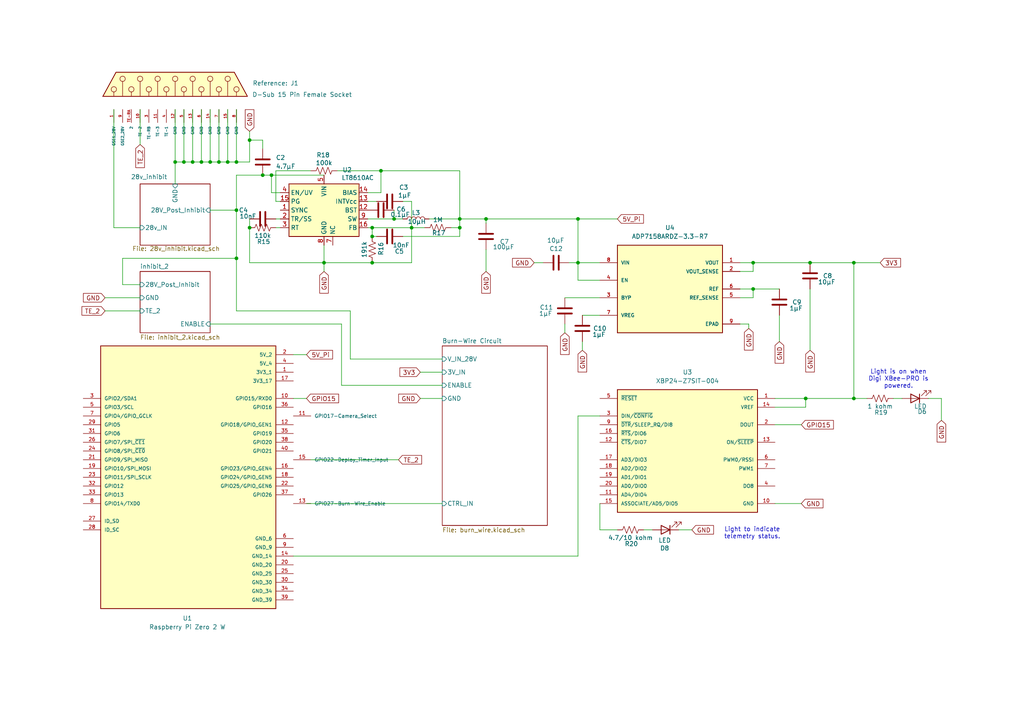
<source format=kicad_sch>
(kicad_sch (version 20250114) (generator "eeschema") (generator_version "9.0")
  (paper "A4")
  (lib_symbols
    (symbol "ADP7158ARDZ-3.3-R7:ADP7158ARDZ-3.3-R7" (pin_names (offset 1.016))
      (property "Reference" "U" (at -15.24 13.335 0))
      (property "Value" "ADP7158ARDZ-3.3-R7" (at -15.24 -15.24 0))
      (symbol "ADP7158ARDZ-3.3-R7_0_0"
        (rectangle (start -15.24 -12.7) (end 15.24 12.7) (stroke (width 0.254)) (fill (type background)))
        (pin input line (at -20.32 7.62 0) (length 5.08) (name "VIN") (number "8"))
        (pin input line (at -20.32 2.54 0) (length 5.08) (name "EN") (number "4"))
        (pin passive line (at -20.32 -2.54 0) (length 5.08) (name "BYP") (number "3"))
        (pin passive line (at -20.32 -7.62 0) (length 5.08) (name "VREG") (number "7"))
        (pin output line (at 20.32 7.62 180) (length 5.08) (name "VOUT") (number "1"))
        (pin output line (at 20.32 5.08 180) (length 5.08) (name "VOUT_SENSE") (number "2"))
        (pin output line (at 20.32 0 180) (length 5.08) (name "REF") (number "6"))
        (pin input line (at 20.32 -2.54 180) (length 5.08) (name "REF_SENSE") (number "5"))
        (pin power_in line (at 20.32 -10.16 180) (length 5.08) (name "EPAD") (number "9"))
      )
    )
    (symbol "Connector:DA15_Socket" (pin_names (offset 1.016))
      (property "Reference" "J1" (at 5.842 -3.556 90) (show_name))
      (property "Value" "D-Sub 15 Pin Female Socket" (at -18.288 23.876 0))
      (symbol "DA15_Socket_0_1"
        (polyline (pts (xy -3.81 20.955) (xy 3.175 17.145) (xy 3.175 -17.145) (xy -3.81 -20.955) (xy -3.81 20.955)) (stroke (width 0.254)) (fill (type background)))
        (polyline (pts (xy -3.81 17.78) (xy -2.54 17.78)))
        (polyline (pts (xy -3.81 15.24) (xy 0.508 15.24)))
        (polyline (pts (xy -3.81 12.7) (xy -2.54 12.7)))
        (polyline (pts (xy -3.81 10.16) (xy 0.508 10.16)))
        (polyline (pts (xy -3.81 7.62) (xy -2.54 7.62)))
        (polyline (pts (xy -3.81 5.08) (xy 0.508 5.08)))
        (polyline (pts (xy -3.81 2.54) (xy -2.54 2.54)))
        (polyline (pts (xy -3.81 0) (xy 0.508 0)))
        (polyline (pts (xy -3.81 -2.54) (xy -2.54 -2.54)))
        (polyline (pts (xy -3.81 -5.08) (xy 0.508 -5.08)))
        (polyline (pts (xy -3.81 -7.62) (xy -2.54 -7.62)))
        (polyline (pts (xy -3.81 -10.16) (xy 0.508 -10.16)))
        (polyline (pts (xy -3.81 -12.7) (xy -2.54 -12.7)))
        (polyline (pts (xy -3.81 -15.24) (xy 0.508 -15.24)))
        (polyline (pts (xy -3.81 -17.78) (xy -2.54 -17.78)))
        (circle (center -1.778 17.78) (radius 0.762))
        (circle (center -1.778 12.7) (radius 0.762))
        (circle (center -1.778 7.62) (radius 0.762))
        (circle (center -1.778 2.54) (radius 0.762))
        (circle (center -1.778 -2.54) (radius 0.762))
        (circle (center -1.778 -7.62) (radius 0.762))
        (circle (center -1.778 -12.7) (radius 0.762))
        (circle (center -1.778 -17.78) (radius 0.762))
        (circle (center 1.27 15.24) (radius 0.762))
        (circle (center 1.27 10.16) (radius 0.762))
        (circle (center 1.27 5.08) (radius 0.762))
        (circle (center 1.27 0) (radius 0.762))
        (circle (center 1.27 -5.08) (radius 0.762))
        (circle (center 1.27 -10.16) (radius 0.762))
        (circle (center 1.27 -15.24) (radius 0.762))
      )
      (symbol "DA15_Socket_1_1"
        (pin passive line (at -7.62 17.78 180) (length 3.81) (name "GSE1_28V") (number "1"))
        (pin passive line (at -7.62 15.24 180) (length 3.81) (name "GSE2_28V") (number "9"))
        (pin passive line (at -7.62 12.7 180) (length 3.81) (name "2") (number "TE-RA"))
        (pin passive line (at -7.62 10.16 180) (length 3.81) (name "TE-2") (number "10"))
        (pin passive line (at -7.62 7.62 180) (length 3.81) (name "TE-RB") (number "3"))
        (pin passive line (at -7.62 5.08 180) (length 3.81) (name "TE-3") (number "11"))
        (pin passive line (at -7.62 2.54 180) (length 3.81) (name "TE-1") (number "4"))
        (pin passive line (at -7.62 0 180) (length 3.81) (name "GND") (number "12"))
        (pin passive line (at -7.62 -2.54 180) (length 3.81) (name "GND") (number "5"))
        (pin passive line (at -7.62 -5.08 180) (length 3.81) (name "GND") (number "13"))
        (pin passive line (at -7.62 -7.62 180) (length 3.81) (name "GND") (number "6"))
        (pin passive line (at -7.62 -10.16 180) (length 3.81) (name "GND") (number "14"))
        (pin passive line (at -7.62 -12.7 180) (length 3.81) (name "GND") (number "7"))
        (pin passive line (at -7.62 -15.24 180) (length 3.81) (name "GND") (number "15"))
        (pin passive line (at -7.62 -17.78 180) (length 3.81) (name "GND") (number "8"))
      )
    )
    (symbol "Device:C" (pin_numbers (hide yes)) (pin_names (offset 0.254))
      (property "Reference" "C" (at 0.635 2.54 0))
      (property "Value" "C" (at 0.635 -2.54 0))
      (symbol "C_0_1"
        (polyline (pts (xy -2.032 0.762) (xy 2.032 0.762)) (stroke (width 0.508)))
        (polyline (pts (xy -2.032 -0.762) (xy 2.032 -0.762)) (stroke (width 0.508)))
      )
      (symbol "C_1_1"
        (pin passive line (at 0 3.81 270) (length 2.794) (name "~") (number "1"))
        (pin passive line (at 0 -3.81 90) (length 2.794) (name "~") (number "2"))
      )
    )
    (symbol "Device:L" (pin_numbers (hide yes)) (pin_names (offset 1.016) (hide yes))
      (property "Reference" "L" (at -1.27 0 90))
      (property "Value" "L" (at 1.905 0 90))
      (symbol "L_0_1"
        (arc (start 0 2.54) (mid 0.6323 1.905) (end 0 1.27))
        (arc (start 0 1.27) (mid 0.6323 0.635) (end 0 0))
        (arc (start 0 0) (mid 0.6323 -0.635) (end 0 -1.27))
        (arc (start 0 -1.27) (mid 0.6323 -1.905) (end 0 -2.54))
      )
      (symbol "L_1_1"
        (pin passive line (at 0 3.81 270) (length 1.27) (name "1") (number "1"))
        (pin passive line (at 0 -3.81 90) (length 1.27) (name "2") (number "2"))
      )
    )
    (symbol "Device:LED" (pin_numbers (hide yes)) (pin_names (offset 1.016) (hide yes))
      (property "Reference" "D" (at 0 2.54 0))
      (property "Value" "LED" (at 0 -2.54 0))
      (symbol "LED_0_1"
        (polyline (pts (xy -3.048 -0.762) (xy -4.572 -2.286) (xy -3.81 -2.286) (xy -4.572 -2.286) (xy -4.572 -1.524)))
        (polyline (pts (xy -1.778 -0.762) (xy -3.302 -2.286) (xy -2.54 -2.286) (xy -3.302 -2.286) (xy -3.302 -1.524)))
        (polyline (pts (xy -1.27 0) (xy 1.27 0)))
        (polyline (pts (xy -1.27 -1.27) (xy -1.27 1.27)) (stroke (width 0.254)))
        (polyline (pts (xy 1.27 -1.27) (xy 1.27 1.27) (xy -1.27 0) (xy 1.27 -1.27)) (stroke (width 0.254)))
      )
      (symbol "LED_1_1"
        (pin passive line (at -3.81 0 0) (length 2.54) (name "K") (number "1"))
        (pin passive line (at 3.81 0 180) (length 2.54) (name "A") (number "2"))
      )
    )
    (symbol "Device:R_US" (pin_numbers (hide yes)) (pin_names (offset 0))
      (property "Reference" "R" (at 2.54 0 90))
      (property "Value" "R_US" (at -2.54 0 90))
      (symbol "R_US_0_1"
        (polyline (pts (xy 0 2.286) (xy 0 2.54)))
        (polyline (pts (xy 0 2.286) (xy 1.016 1.905) (xy 0 1.524) (xy -1.016 1.143) (xy 0 0.762)))
        (polyline (pts (xy 0 0.762) (xy 1.016 0.381) (xy 0 0) (xy -1.016 -0.381) (xy 0 -0.762)))
        (polyline (pts (xy 0 -0.762) (xy 1.016 -1.143) (xy 0 -1.524) (xy -1.016 -1.905) (xy 0 -2.286)))
        (polyline (pts (xy 0 -2.286) (xy 0 -2.54)))
      )
      (symbol "R_US_1_1"
        (pin passive line (at 0 3.81 270) (length 1.27) (name "~") (number "1"))
        (pin passive line (at 0 -3.81 90) (length 1.27) (name "~") (number "2"))
      )
    )
    (symbol "Regulator_Switching:LT8610AC"
      (property "Reference" "U" (at -8.89 8.89 0))
      (property "Value" "LT8610AC" (at 0.762 8.636 0))
      (symbol "LT8610AC_0_1"
        (rectangle (start -10.16 7.62) (end 10.16 -7.62) (stroke (width 0.254)) (fill (type background)))
      )
      (symbol "LT8610AC_1_1"
        (pin input line (at -12.7 5.08 0) (length 2.54) (name "EN/UV") (number "4"))
        (pin open_collector line (at -12.7 2.54 0) (length 2.54) (name "PG") (number "15"))
        (pin input line (at -12.7 0 0) (length 2.54) (name "SYNC") (number "1"))
        (pin input line (at -12.7 -2.54 0) (length 2.54) (name "TR/SS") (number "2"))
        (pin passive line (at -12.7 -5.08 0) (length 2.54) (name "RT") (number "3"))
        (pin power_in line (at 0 10.16 270) (length 2.54) (name "VIN") (number "5"))
        (pin passive line (at 0 10.16 270) (length 2.54) (hide yes) (name "VIN") (number "6"))
        (pin passive line (at 0 -10.16 90) (length 2.54) (hide yes) (name "GND") (number "17"))
        (pin power_in line (at 0 -10.16 90) (length 2.54) (name "GND") (number "8"))
        (pin passive line (at 2.54 -10.16 90) (length 2.54) (name "NC") (number "7"))
        (pin input line (at 12.7 5.08 180) (length 2.54) (name "BIAS") (number "14"))
        (pin passive line (at 12.7 2.54 180) (length 2.54) (name "INTVcc") (number "13"))
        (pin input line (at 12.7 0 180) (length 2.54) (name "BST") (number "12"))
        (pin passive line (at 12.7 -2.54 180) (length 2.54) (hide yes) (name "SW") (number "10"))
        (pin passive line (at 12.7 -2.54 180) (length 2.54) (hide yes) (name "SW") (number "11"))
        (pin output line (at 12.7 -2.54 180) (length 2.54) (name "SW") (number "9"))
        (pin input line (at 12.7 -5.08 180) (length 2.54) (name "FB") (number "16"))
      )
    )
    (symbol "SC1176:SC1176" (pin_names (offset 1.016))
      (property "Reference" "U1" (at 0 43.18 0))
      (property "Value" "Raspberry Pi Zero 2 W" (at 0 40.64 0))
      (symbol "SC1176_0_0"
        (rectangle (start -25.4 -38.1) (end 25.4 38.1) (stroke (width 0.254)) (fill (type background)))
        (pin bidirectional line (at -30.48 22.86 0) (length 5.08) (name "GPIO2/SDA1") (number "3"))
        (pin bidirectional line (at -30.48 20.32 0) (length 5.08) (name "GPIO3/SCL") (number "5"))
        (pin bidirectional line (at -30.48 17.78 0) (length 5.08) (name "GPIO4/GPIO_GCLK") (number "7"))
        (pin bidirectional line (at -30.48 15.24 0) (length 5.08) (name "GPIO5") (number "29"))
        (pin bidirectional line (at -30.48 12.7 0) (length 5.08) (name "GPIO6") (number "31"))
        (pin bidirectional line (at -30.48 10.16 0) (length 5.08) (name "GPIO7/SPI_~{CE1}") (number "26"))
        (pin bidirectional line (at -30.48 7.62 0) (length 5.08) (name "GPIO8/SPI_~{CE0}") (number "24"))
        (pin bidirectional line (at -30.48 5.08 0) (length 5.08) (name "GPIO9/SPI_MISO") (number "21"))
        (pin bidirectional line (at -30.48 2.54 0) (length 5.08) (name "GPIO10/SPI_MOSI") (number "19"))
        (pin bidirectional line (at -30.48 0 0) (length 5.08) (name "GPIO11/SPI_SCLK") (number "23"))
        (pin bidirectional line (at -30.48 -2.54 0) (length 5.08) (name "GPIO12") (number "32"))
        (pin bidirectional line (at -30.48 -5.08 0) (length 5.08) (name "GPIO13") (number "33"))
        (pin bidirectional line (at -30.48 -7.62 0) (length 5.08) (name "GPIO14/TXD0") (number "8"))
        (pin bidirectional line (at -30.48 -12.7 0) (length 5.08) (name "ID_SD") (number "27"))
        (pin bidirectional line (at -30.48 -15.24 0) (length 5.08) (name "ID_SC") (number "28"))
        (pin power_in line (at 30.48 35.56 180) (length 5.08) (name "5V_2") (number "2"))
        (pin power_in line (at 30.48 33.02 180) (length 5.08) (name "5V_4") (number "4"))
        (pin power_in line (at 30.48 30.48 180) (length 5.08) (name "3V3_1") (number "1"))
        (pin power_in line (at 30.48 27.94 180) (length 5.08) (name "3V3_17") (number "17"))
        (pin bidirectional line (at 30.48 22.86 180) (length 5.08) (name "GPIO15/RXD0") (number "10"))
        (pin bidirectional line (at 30.48 20.32 180) (length 5.08) (name "GPIO16") (number "36"))
        (pin bidirectional line (at 30.48 15.24 180) (length 5.08) (name "GPIO18/GPIO_GEN1") (number "12"))
        (pin bidirectional line (at 30.48 12.7 180) (length 5.08) (name "GPIO19") (number "35"))
        (pin bidirectional line (at 30.48 10.16 180) (length 5.08) (name "GPIO20") (number "38"))
        (pin bidirectional line (at 30.48 7.62 180) (length 5.08) (name "GPIO21") (number "40"))
        (pin bidirectional line (at 30.48 2.54 180) (length 5.08) (name "GPIO23/GPIO_GEN4") (number "16"))
        (pin bidirectional line (at 30.48 0 180) (length 5.08) (name "GPIO24/GPIO_GEN5") (number "18"))
        (pin bidirectional line (at 30.48 -2.54 180) (length 5.08) (name "GPIO25/GPIO_GEN6") (number "22"))
        (pin bidirectional line (at 30.48 -5.08 180) (length 5.08) (name "GPIO26") (number "37"))
        (pin power_in line (at 30.48 -17.78 180) (length 5.08) (name "GND_6") (number "6"))
        (pin power_in line (at 30.48 -20.32 180) (length 5.08) (name "GND_9") (number "9"))
        (pin power_in line (at 30.48 -22.86 180) (length 5.08) (name "GND_14") (number "14"))
        (pin power_in line (at 30.48 -25.4 180) (length 5.08) (name "GND_20") (number "20"))
        (pin power_in line (at 30.48 -27.94 180) (length 5.08) (name "GND_25") (number "25"))
        (pin power_in line (at 30.48 -30.48 180) (length 5.08) (name "GND_30") (number "30"))
        (pin power_in line (at 30.48 -33.02 180) (length 5.08) (name "GND_34") (number "34"))
        (pin power_in line (at 30.48 -35.56 180) (length 5.08) (name "GND_39") (number "39"))
      )
      (symbol "SC1176_1_0"
        (pin bidirectional line (at 30.48 17.78 0) (length 5.08) (name "GPIO17-Camera_Select") (number "11"))
        (pin bidirectional line (at 30.48 5.08 0) (length 5.08) (name "GPIO22-Deploy_Timer_Input") (number "15"))
        (pin bidirectional line (at 30.48 -7.62 0) (length 5.08) (name "GPIO27-Burn-Wire_Enable") (number "13"))
      )
    )
    (symbol "XBP24-Z7SIT-004:XBP24-Z7SIT-004" (pin_names (offset 1.016))
      (property "Reference" "U" (at -20.3473 18.3125 0))
      (property "Value" "XBP24-Z7SIT-004" (at -20.3925 -20.3925 0))
      (symbol "XBP24-Z7SIT-004_0_0"
        (rectangle (start -20.32 -17.78) (end 20.32 17.78) (stroke (width 0.254)) (fill (type background)))
        (pin input line (at -25.4 15.24 0) (length 5.08) (name "~{RESET}") (number "5"))
        (pin input line (at -25.4 10.16 0) (length 5.08) (name "DIN/~{CONFIG}") (number "3"))
        (pin bidirectional line (at -25.4 7.62 0) (length 5.08) (name "~{DTR}/SLEEP_RQ/DI8") (number "9"))
        (pin bidirectional line (at -25.4 5.08 0) (length 5.08) (name "~{RTS}/DIO6") (number "16"))
        (pin bidirectional line (at -25.4 2.54 0) (length 5.08) (name "~{CTS}/DIO7") (number "12"))
        (pin bidirectional line (at -25.4 -2.54 0) (length 5.08) (name "AD3/DIO3") (number "17"))
        (pin bidirectional line (at -25.4 -5.08 0) (length 5.08) (name "AD2/DIO2") (number "18"))
        (pin bidirectional line (at -25.4 -7.62 0) (length 5.08) (name "AD1/DIO1") (number "19"))
        (pin bidirectional line (at -25.4 -10.16 0) (length 5.08) (name "AD0/DIO0") (number "20"))
        (pin bidirectional line (at -25.4 -12.7 0) (length 5.08) (name "AD4/DIO4") (number "11"))
        (pin bidirectional line (at -25.4 -15.24 0) (length 5.08) (name "ASSOCIATE/AD5/DIO5") (number "15"))
        (pin power_in line (at 25.4 15.24 180) (length 5.08) (name "VCC") (number "1"))
        (pin power_in line (at 25.4 12.7 180) (length 5.08) (name "VREF") (number "14"))
        (pin output line (at 25.4 7.62 180) (length 5.08) (name "DOUT") (number "2"))
        (pin output line (at 25.4 2.54 180) (length 5.08) (name "ON/~{SLEEP}") (number "13"))
        (pin output line (at 25.4 -2.54 180) (length 5.08) (name "PWM0/RSSI") (number "6"))
        (pin output line (at 25.4 -5.08 180) (length 5.08) (name "PWM1") (number "7"))
        (pin output line (at 25.4 -10.16 180) (length 5.08) (name "DO8") (number "4"))
        (pin power_in line (at 25.4 -15.24 180) (length 5.08) (name "GND") (number "10"))
      )
    )
  )
  (text "Light is on when\nDigi XBee-PRO is\npowered." (at 260.604 109.982 0) (effects (font (size 1.27 1.27))))
  (text "Light to indicate\ntelemetry status." (at 218.186 154.686 0) (effects (font (size 1.27 1.27))))
  (junction (at 119.38 66.04))
  (junction (at 107.95 66.04))
  (junction (at 167.64 76.2))
  (junction (at 68.58 74.93))
  (junction (at 72.39 40.64))
  (junction (at 140.97 63.5))
  (junction (at 167.64 63.5))
  (junction (at 247.65 76.2))
  (junction (at 133.35 66.04))
  (junction (at 50.8 46.99))
  (junction (at 218.44 76.2))
  (junction (at 247.65 115.57))
  (junction (at 93.98 76.2))
  (junction (at 63.5 46.99))
  (junction (at 133.35 63.5))
  (junction (at 114.3 63.5))
  (junction (at 60.96 46.99))
  (junction (at 66.04 46.99))
  (junction (at 233.68 115.57))
  (junction (at 58.42 46.99))
  (junction (at 234.95 76.2))
  (junction (at 53.34 46.99))
  (junction (at 68.58 46.99))
  (junction (at 78.74 50.8))
  (junction (at 218.44 83.82))
  (junction (at 76.2 50.8))
  (junction (at 55.88 46.99))
  (junction (at 72.39 66.04))
  (junction (at 110.49 49.53))
  (junction (at 68.58 60.96))
  (junction (at 107.95 68.58))
  (junction (at 107.95 76.2))
  (wire (pts (xy 173.99 120.65) (xy 167.64 120.65)))
  (wire (pts (xy 99.06 111.76) (xy 99.06 93.98)))
  (wire (pts (xy 68.58 90.17) (xy 101.6 90.17)))
  (wire (pts (xy 116.84 68.58) (xy 133.35 68.58)))
  (wire (pts (xy 76.2 43.18) (xy 76.2 40.64)))
  (wire (pts (xy 50.8 46.99) (xy 53.34 46.99)))
  (wire (pts (xy 140.97 72.39) (xy 140.97 78.74)))
  (wire (pts (xy 101.6 104.14) (xy 128.27 104.14)))
  (wire (pts (xy 66.04 46.99) (xy 68.58 46.99)))
  (wire (pts (xy 85.09 102.87) (xy 88.9 102.87)))
  (wire (pts (xy 234.95 76.2) (xy 247.65 76.2)))
  (wire (pts (xy 196.85 153.67) (xy 200.66 153.67)))
  (wire (pts (xy 269.24 115.57) (xy 273.05 115.57)))
  (wire (pts (xy 93.98 71.12) (xy 93.98 76.2)))
  (wire (pts (xy 40.64 82.55) (xy 35.56 82.55)))
  (wire (pts (xy 53.34 31.75) (xy 53.34 46.99)))
  (wire (pts (xy 110.49 49.53) (xy 97.79 49.53)))
  (wire (pts (xy 60.96 60.96) (xy 68.58 60.96)))
  (wire (pts (xy 60.96 31.75) (xy 60.96 46.99)))
  (wire (pts (xy 140.97 63.5) (xy 133.35 63.5)))
  (wire (pts (xy 40.64 31.75) (xy 40.64 41.91)))
  (wire (pts (xy 107.95 66.04) (xy 107.95 68.58)))
  (wire (pts (xy 106.68 55.88) (xy 110.49 55.88)))
  (wire (pts (xy 101.6 104.14) (xy 101.6 90.17)))
  (wire (pts (xy 168.91 91.44) (xy 173.99 91.44)))
  (wire (pts (xy 76.2 50.8) (xy 78.74 50.8)))
  (wire (pts (xy 33.02 31.75) (xy 33.02 66.04)))
  (wire (pts (xy 259.08 115.57) (xy 261.62 115.57)))
  (wire (pts (xy 72.39 38.1) (xy 72.39 40.64)))
  (wire (pts (xy 119.38 58.42) (xy 119.38 66.04)))
  (wire (pts (xy 226.06 91.44) (xy 226.06 99.06)))
  (wire (pts (xy 218.44 78.74) (xy 218.44 76.2)))
  (wire (pts (xy 35.56 74.93) (xy 68.58 74.93)))
  (wire (pts (xy 80.01 63.5) (xy 81.28 63.5)))
  (wire (pts (xy 58.42 46.99) (xy 60.96 46.99)))
  (wire (pts (xy 247.65 115.57) (xy 247.65 76.2)))
  (wire (pts (xy 165.1 76.2) (xy 167.64 76.2)))
  (wire (pts (xy 78.74 55.88) (xy 78.74 50.8)))
  (wire (pts (xy 53.34 46.99) (xy 55.88 46.99)))
  (wire (pts (xy 218.44 76.2) (xy 234.95 76.2)))
  (wire (pts (xy 218.44 86.36) (xy 218.44 83.82)))
  (wire (pts (xy 168.91 99.06) (xy 168.91 101.6)))
  (wire (pts (xy 114.3 60.96) (xy 114.3 63.5)))
  (wire (pts (xy 80.01 49.53) (xy 90.17 49.53)))
  (wire (pts (xy 167.64 120.65) (xy 167.64 161.29)))
  (wire (pts (xy 85.09 161.29) (xy 167.64 161.29)))
  (wire (pts (xy 68.58 50.8) (xy 76.2 50.8)))
  (wire (pts (xy 121.92 115.57) (xy 128.27 115.57)))
  (wire (pts (xy 72.39 66.04) (xy 72.39 76.2)))
  (wire (pts (xy 140.97 64.77) (xy 140.97 63.5)))
  (wire (pts (xy 80.01 49.53) (xy 80.01 58.42)))
  (wire (pts (xy 50.8 31.75) (xy 50.8 46.99)))
  (wire (pts (xy 63.5 31.75) (xy 63.5 46.99)))
  (wire (pts (xy 233.68 115.57) (xy 247.65 115.57)))
  (wire (pts (xy 123.19 66.04) (xy 119.38 66.04)))
  (wire (pts (xy 128.27 111.76) (xy 99.06 111.76)))
  (wire (pts (xy 114.3 63.5) (xy 116.84 63.5)))
  (wire (pts (xy 173.99 81.28) (xy 167.64 81.28)))
  (wire (pts (xy 72.39 63.5) (xy 72.39 66.04)))
  (wire (pts (xy 63.5 46.99) (xy 66.04 46.99)))
  (wire (pts (xy 163.83 86.36) (xy 173.99 86.36)))
  (wire (pts (xy 167.64 81.28) (xy 167.64 76.2)))
  (wire (pts (xy 55.88 46.99) (xy 58.42 46.99)))
  (wire (pts (xy 214.63 86.36) (xy 218.44 86.36)))
  (wire (pts (xy 224.79 146.05) (xy 232.41 146.05)))
  (wire (pts (xy 233.68 118.11) (xy 233.68 115.57)))
  (wire (pts (xy 214.63 76.2) (xy 218.44 76.2)))
  (wire (pts (xy 217.17 93.98) (xy 217.17 95.25)))
  (wire (pts (xy 68.58 90.17) (xy 68.58 74.93)))
  (wire (pts (xy 173.99 76.2) (xy 167.64 76.2)))
  (wire (pts (xy 68.58 50.8) (xy 68.58 60.96)))
  (wire (pts (xy 55.88 31.75) (xy 55.88 46.99)))
  (wire (pts (xy 119.38 76.2) (xy 107.95 76.2)))
  (wire (pts (xy 247.65 76.2) (xy 255.27 76.2)))
  (wire (pts (xy 106.68 66.04) (xy 107.95 66.04)))
  (wire (pts (xy 72.39 76.2) (xy 93.98 76.2)))
  (wire (pts (xy 124.46 63.5) (xy 133.35 63.5)))
  (wire (pts (xy 167.64 63.5) (xy 140.97 63.5)))
  (wire (pts (xy 80.01 58.42) (xy 81.28 58.42)))
  (wire (pts (xy 234.95 83.82) (xy 234.95 101.6)))
  (wire (pts (xy 121.92 107.95) (xy 128.27 107.95)))
  (wire (pts (xy 68.58 60.96) (xy 68.58 74.93)))
  (wire (pts (xy 119.38 58.42) (xy 116.84 58.42)))
  (wire (pts (xy 133.35 66.04) (xy 133.35 63.5)))
  (wire (pts (xy 72.39 46.99) (xy 68.58 46.99)))
  (wire (pts (xy 72.39 40.64) (xy 72.39 46.99)))
  (wire (pts (xy 90.17 133.35) (xy 115.57 133.35)))
  (wire (pts (xy 78.74 50.8) (xy 93.98 50.8)))
  (wire (pts (xy 35.56 82.55) (xy 35.56 74.93)))
  (wire (pts (xy 179.07 63.5) (xy 167.64 63.5)))
  (wire (pts (xy 273.05 115.57) (xy 273.05 121.92)))
  (wire (pts (xy 214.63 78.74) (xy 218.44 78.74)))
  (wire (pts (xy 247.65 115.57) (xy 251.46 115.57)))
  (wire (pts (xy 119.38 66.04) (xy 119.38 76.2)))
  (wire (pts (xy 80.01 66.04) (xy 81.28 66.04)))
  (wire (pts (xy 106.68 58.42) (xy 109.22 58.42)))
  (wire (pts (xy 224.79 123.19) (xy 232.41 123.19)))
  (wire (pts (xy 173.99 146.05) (xy 173.99 153.67)))
  (wire (pts (xy 218.44 83.82) (xy 226.06 83.82)))
  (wire (pts (xy 224.79 118.11) (xy 233.68 118.11)))
  (wire (pts (xy 93.98 76.2) (xy 93.98 78.74)))
  (wire (pts (xy 214.63 93.98) (xy 217.17 93.98)))
  (wire (pts (xy 110.49 55.88) (xy 110.49 49.53)))
  (wire (pts (xy 163.83 93.98) (xy 163.83 96.52)))
  (wire (pts (xy 133.35 68.58) (xy 133.35 66.04)))
  (wire (pts (xy 30.48 90.17) (xy 40.64 90.17)))
  (wire (pts (xy 107.95 76.2) (xy 93.98 76.2)))
  (wire (pts (xy 173.99 153.67) (xy 179.07 153.67)))
  (wire (pts (xy 68.58 31.75) (xy 68.58 46.99)))
  (wire (pts (xy 133.35 63.5) (xy 133.35 49.53)))
  (wire (pts (xy 58.42 31.75) (xy 58.42 46.99)))
  (wire (pts (xy 119.38 66.04) (xy 107.95 66.04)))
  (wire (pts (xy 186.69 153.67) (xy 189.23 153.67)))
  (wire (pts (xy 130.81 66.04) (xy 133.35 66.04)))
  (wire (pts (xy 110.49 49.53) (xy 133.35 49.53)))
  (wire (pts (xy 60.96 93.98) (xy 99.06 93.98)))
  (wire (pts (xy 214.63 83.82) (xy 218.44 83.82)))
  (wire (pts (xy 154.94 76.2) (xy 157.48 76.2)))
  (wire (pts (xy 30.48 86.36) (xy 40.64 86.36)))
  (wire (pts (xy 33.02 66.04) (xy 40.64 66.04)))
  (wire (pts (xy 78.74 55.88) (xy 81.28 55.88)))
  (wire (pts (xy 50.8 46.99) (xy 50.8 53.34)))
  (wire (pts (xy 85.09 115.57) (xy 88.9 115.57)))
  (wire (pts (xy 167.64 63.5) (xy 167.64 76.2)))
  (wire (pts (xy 106.68 63.5) (xy 114.3 63.5)))
  (wire (pts (xy 107.95 68.58) (xy 109.22 68.58)))
  (wire (pts (xy 88.9 146.05) (xy 128.27 146.05)))
  (wire (pts (xy 224.79 115.57) (xy 233.68 115.57)))
  (wire (pts (xy 76.2 40.64) (xy 72.39 40.64)))
  (wire (pts (xy 60.96 46.99) (xy 63.5 46.99)))
  (wire (pts (xy 66.04 31.75) (xy 66.04 46.99)))
  (global_label "GND" (shape input) (at 154.94 76.2 180) (property "Intersheetrefs" "${INTERSHEET_REFS}" (effects (hide yes))))
  (global_label "TE_2" (shape input) (at 30.48 90.17 180) (property "Intersheetrefs" "${INTERSHEET_REFS}" (effects (hide yes))))
  (global_label "GND" (shape input) (at 226.06 99.06 270) (property "Intersheetrefs" "${INTERSHEET_REFS}" (effects (hide yes))))
  (global_label "GPIO15" (shape input) (at 88.9 115.57 0) (property "Intersheetrefs" "${INTERSHEET_REFS}" (effects (hide yes))))
  (global_label "GND" (shape input) (at 72.39 38.1 90) (property "Intersheetrefs" "${INTERSHEET_REFS}" (effects (hide yes))))
  (global_label "GND" (shape input) (at 273.05 121.92 270) (property "Intersheetrefs" "${INTERSHEET_REFS}" (effects (hide yes))))
  (global_label "TE_2" (shape input) (at 40.64 41.91 270) (property "Intersheetrefs" "${INTERSHEET_REFS}" (effects (hide yes))))
  (global_label "GND" (shape input) (at 234.95 101.6 270) (property "Intersheetrefs" "${INTERSHEET_REFS}" (effects (hide yes))))
  (global_label "5V_Pi" (shape input) (at 88.9 102.87 0) (property "Intersheetrefs" "${INTERSHEET_REFS}" (effects (hide yes))))
  (global_label "GND" (shape input) (at 232.41 146.05 0) (property "Intersheetrefs" "${INTERSHEET_REFS}" (effects (hide yes))))
  (global_label "GND" (shape input) (at 163.83 96.52 270) (property "Intersheetrefs" "${INTERSHEET_REFS}" (effects (hide yes))))
  (global_label "3V3" (shape input) (at 255.27 76.2 0) (property "Intersheetrefs" "${INTERSHEET_REFS}" (effects (hide yes))))
  (global_label "GND" (shape input) (at 121.92 115.57 180) (property "Intersheetrefs" "${INTERSHEET_REFS}" (effects (hide yes))))
  (global_label "GND" (shape input) (at 30.48 86.36 180) (property "Intersheetrefs" "${INTERSHEET_REFS}" (effects (hide yes))))
  (global_label "GPIO15" (shape input) (at 232.41 123.19 0) (property "Intersheetrefs" "${INTERSHEET_REFS}" (effects (hide yes))))
  (global_label "GND" (shape input) (at 200.66 153.67 0) (property "Intersheetrefs" "${INTERSHEET_REFS}" (effects (hide yes))))
  (global_label "TE_2" (shape input) (at 115.57 133.35 0) (property "Intersheetrefs" "${INTERSHEET_REFS}" (effects (hide yes))))
  (global_label "3V3" (shape input) (at 121.92 107.95 180) (property "Intersheetrefs" "${INTERSHEET_REFS}" (effects (hide yes))))
  (global_label "5V_Pi" (shape input) (at 179.07 63.5 0) (property "Intersheetrefs" "${INTERSHEET_REFS}" (effects (hide yes))))
  (global_label "GND" (shape input) (at 217.17 95.25 270) (property "Intersheetrefs" "${INTERSHEET_REFS}" (effects (hide yes))))
  (global_label "GND" (shape input) (at 168.91 101.6 270) (property "Intersheetrefs" "${INTERSHEET_REFS}" (effects (hide yes))))
  (global_label "GND" (shape input) (at 140.97 78.74 270) (property "Intersheetrefs" "${INTERSHEET_REFS}" (effects (hide yes))))
  (global_label "GND" (shape input) (at 93.98 78.74 270) (property "Intersheetrefs" "${INTERSHEET_REFS}" (effects (hide yes))))
  (symbol (lib_id "Device:C") (at 161.29 76.2 90) (unit 1)
    (property "Reference" "C12" (at 161.29 72.136 90))
    (property "Value" "10µF" (at 161.163 69.723 90))
    (property "Description" "Unpolarized capacitor" (effects (hide yes)))
  )
  (symbol (lib_id "Device:R_US") (at 76.2 66.04 270) (unit 1)
    (property "Reference" "R15" (at 76.454 70.104 90))
    (property "Value" "110k" (at 76.2 68.326 90))
    (property "Description" "Resistor, US symbol" (effects (hide yes)))
  )
  (symbol (lib_id "Device:L") (at 120.65 63.5 90) (unit 1)
    (property "Reference" "L3" (at 120.65 61.722 90))
    (property "Value" "10µH" (at 120.904 64.262 90))
    (property "Description" "Inductor" (effects (hide yes)))
  )
  (symbol (lib_id "Device:C") (at 168.91 95.25 180) (unit 1)
    (property "Reference" "C10" (at 173.99 95.25 0))
    (property "Value" "1µF" (at 173.736 97.028 0))
    (property "Description" "Unpolarized capacitor" (effects (hide yes)))
  )
  (symbol (lib_id "Device:C") (at 76.2 63.5 270) (unit 1)
    (property "Reference" "C4" (at 70.612 60.96 90))
    (property "Value" "10nF" (at 71.882 62.738 90))
    (property "Description" "Unpolarized capacitor" (effects (hide yes)))
  )
  (symbol (lib_id "Device:C") (at 113.03 58.42 270) (unit 1)
    (property "Reference" "C3" (at 117.094 54.356 90))
    (property "Value" "1µF" (at 117.348 56.642 90))
    (property "Description" "Unpolarized capacitor" (effects (hide yes)))
  )
  (symbol (lib_id "Device:LED") (at 265.43 115.57 180) (unit 1)
    (property "Reference" "D6" (at 267.462 119.38 0))
    (property "Value" "LED" (at 266.954 117.856 0))
    (property "Description" "Light emitting diode" (effects (hide yes)))
    (property "Sim.Pins" "1=K 2=A" (effects (hide yes)))
  )
  (symbol (lib_id "Device:C") (at 113.03 68.58 270) (unit 1)
    (property "Reference" "C5" (at 115.824 72.898 90))
    (property "Value" "10nF" (at 116.332 71.12 90))
    (property "Description" "Unpolarized capacitor" (effects (hide yes)))
  )
  (symbol (lib_id "SC1176:SC1176") (at 54.61 138.43 0) (unit 1)
    (property "Reference" "U1" (at 54.356 179.324 0))
    (property "Value" "Raspberry Pi Zero 2 W" (at 54.356 181.864 0))
    (property "Footprint" "Raspberry Pi Zero 2 W:MODULE_SC1176" (effects (hide yes)))
    (property "DigiKey_Part_Number" "2648-SC1176-ND" (effects (hide yes)))
    (property "SnapEDA_Link" "https://www.snapeda.com/parts/SC1176/Raspberry+Pi/view-part/?ref=snap" (effects (hide yes)))
    (property "Description_1" "The Raspberry Pi Zero 2 W SC1176 single board computer features a 1GHz quad-core Broadcom BCM2710A1 Arm Cortex-A53 processor and 512MB of RAM, making it a powerful solution for embedded computing applications. With 40 digital I/O lines and multiple expansion options including Bluetooth 4.2, BLE, HAT GPIO, and LAN, this SBC offers extensive connectivity and flexibility. Its compact size of 2.600 x 1.180 (66.04mm x 29.97mm) makes it ideal for space-constrained projects. Video outputs include Composite and HDMI, and it features a microSD storage interface and a USB 2.0 OTG port." (effects (hide yes)))
    (property "Package" "None" (effects (hide yes)))
    (property "Check_prices" "https://www.snapeda.com/parts/SC1176/Raspberry+Pi/view-part/?ref=eda" (effects (hide yes)))
    (property "STANDARD" "Manufacturer Recommendations" (effects (hide yes)))
    (property "PARTREV" "April 2024" (effects (hide yes)))
    (property "MF" "Raspberry Pi" (effects (hide yes)))
    (property "MP" "SC1176" (effects (hide yes)))
    (property "MANUFACTURER" "Raspberry Pi" (effects (hide yes)))
  )
  (symbol (lib_id "Device:C") (at 110.49 60.96 270) (unit 1)
    (property "Reference" "C6" (at 116.332 60.706 90))
    (property "Value" "0.1µF" (at 116.078 62.23 90))
    (property "Description" "Unpolarized capacitor" (effects (hide yes)))
  )
  (symbol (lib_id "Device:R_US") (at 107.95 72.39 180) (unit 1)
    (property "Reference" "R16" (at 110.49 72.136 90))
    (property "Value" "191k" (at 105.664 72.39 90))
    (property "Description" "Resistor, US symbol" (effects (hide yes)))
  )
  (symbol (lib_id "Device:R_US") (at 255.27 115.57 270) (unit 1)
    (property "Reference" "R19" (at 255.524 119.634 90))
    (property "Value" "1 kohm" (at 255.27 117.856 90))
    (property "Description" "Resistor, US symbol" (effects (hide yes)))
  )
  (symbol (lib_id "Device:C") (at 226.06 87.63 180) (unit 1)
    (property "Reference" "C9" (at 231.14 87.63 0))
    (property "Value" "1µF" (at 230.886 89.408 0))
    (property "Description" "Unpolarized capacitor" (effects (hide yes)))
  )
  (symbol (lib_id "Device:LED") (at 193.04 153.67 180) (unit 1)
    (property "Reference" "D8" (at 192.786 159.004 0))
    (property "Value" "LED" (at 192.786 156.718 0))
    (property "Description" "Light emitting diode" (effects (hide yes)))
    (property "Sim.Pins" "1=K 2=A" (effects (hide yes)))
  )
  (symbol (lib_id "ADP7158ARDZ-3.3-R7:ADP7158ARDZ-3.3-R7") (at 194.31 83.82 0) (unit 1)
    (property "Reference" "U4" (at 194.31 66.04 0))
    (property "Value" "ADP7158ARDZ-3.3-R7" (at 194.31 68.58 0))
    (property "Footprint" "ADP7158ARDZ-3.3-R7:SOIC127P600X175-9N" (effects (hide yes)))
    (property "MF" "Analog Devices" (effects (hide yes)))
    (property "MAXIMUM_PACKAGE_HEIGHT" "1.75 mm" (effects (hide yes)))
    (property "Package" "SOIC -8 Analog Devices" (effects (hide yes)))
    (property "Price" "None" (effects (hide yes)))
    (property "Check_prices" "https://www.snapeda.com/parts/ADP7158ARDZ-3.3-R7/Analog+Devices/view-part/?ref=eda" (effects (hide yes)))
    (property "STANDARD" "IPC 7351B" (effects (hide yes)))
    (property "PARTREV" "C" (effects (hide yes)))
    (property "SnapEDA_Link" "https://www.snapeda.com/parts/ADP7158ARDZ-3.3-R7/Analog+Devices/view-part/?ref=snap" (effects (hide yes)))
    (property "MP" "ADP7158ARDZ-3.3-R7" (effects (hide yes)))
    (property "Description_1" "2 A, Ultralow Noise, High PSRR, Fixed Output, RF Linear Regulator" (effects (hide yes)))
    (property "MANUFACTURER" "ANALOG DEVICES" (effects (hide yes)))
    (property "Availability" "In Stock" (effects (hide yes)))
    (property "SNAPEDA_PN" "ADP7158ARDZ-3.3-R7" (effects (hide yes)))
  )
  (symbol (lib_id "Device:C") (at 163.83 90.17 180) (unit 1)
    (property "Reference" "C11" (at 158.496 89.154 0))
    (property "Value" "1µF" (at 158.242 90.932 0))
    (property "Description" "Unpolarized capacitor" (effects (hide yes)))
  )
  (symbol (lib_id "XBP24-Z7SIT-004:XBP24-Z7SIT-004") (at 199.39 130.81 0) (unit 1)
    (property "Reference" "U3" (at 199.39 107.95 0))
    (property "Value" "XBP24-Z7SIT-004" (at 199.39 110.49 0))
    (property "Footprint" "XBP24-Z7SIT-004:XBP24-Z7SIT-004" (effects (hide yes)))
    (property "MF" "Digi International" (effects (hide yes)))
    (property "Description_1" "XBee-PRO ZB (ZigBee PRO Feature Set), 50mW, RPSMA ant connector, 250000 bps;Router, AT" (effects (hide yes)))
    (property "Package" "None" (effects (hide yes)))
    (property "Price" "None" (effects (hide yes)))
    (property "Check_prices" "https://www.snapeda.com/parts/XBP24Z7SIT004/Digi+International/view-part/?ref=eda" (effects (hide yes)))
    (property "SnapEDA_Link" "https://www.snapeda.com/parts/XBP24Z7SIT004/Digi+International/view-part/?ref=snap" (effects (hide yes)))
    (property "MP" "XBP24Z7SIT004" (effects (hide yes)))
    (property "Availability" "In Stock" (effects (hide yes)))
    (property "MANUFACTURER" "Digi" (effects (hide yes)))
  )
  (symbol (lib_id "Device:R_US") (at 93.98 49.53 90) (unit 1)
    (property "Reference" "R18" (at 93.726 44.958 90))
    (property "Value" "100k" (at 93.98 47.244 90))
    (property "Description" "Resistor, US symbol" (effects (hide yes)))
  )
  (symbol (lib_id "Device:C") (at 140.97 68.58 180) (unit 1)
    (property "Reference" "C7" (at 146.304 70.104 0))
    (property "Value" "100µF" (at 146.05 71.628 0))
    (property "Description" "Unpolarized capacitor" (effects (hide yes)))
  )
  (symbol (lib_id "Device:R_US") (at 127 66.04 90) (unit 1)
    (property "Reference" "R17" (at 127.254 67.564 90))
    (property "Value" "1M" (at 127 63.754 90))
    (property "Description" "Resistor, US symbol" (effects (hide yes)))
  )
  (symbol (lib_id "Connector:DA15_Socket") (at 50.8 24.13 90) (unit 1)
    (property "Reference" "J1" (at 86.614 24.13 90) (show_name yes) (effects (justify left)))
    (property "Value" "D-Sub 15 Pin Female Socket" (at 102.108 27.432 90) (effects (justify left)))
    (property "Footprint" "Connector_Dsub:DSUB-15-HD_Socket_Vertical_P2.29x1.98mm_MountingHoles" (effects (hide yes)))
    (property "Description" "15-pin D-SUB connector, socket (female) (low-density/2 columns)" (effects (hide yes)))
  )
  (symbol (lib_id "Regulator_Switching:LT8610AC") (at 93.98 60.96 0) (unit 1)
    (property "Reference" "U2" (at 99.314 49.276 0) (effects (justify left)))
    (property "Value" "LT8610AC" (at 99.06 51.562 0) (effects (justify left)))
    (property "Footprint" "Package_SO:MSOP-16-1EP_3x4.039mm_P0.5mm_EP1.651x2.845mm_ThermalVias" (effects (hide yes)))
    (property "Datasheet" "https://www.analog.com/media/en/technical-documentation/data-sheets/lt8610ac-8610ac-1.pdf" (effects (hide yes)))
    (property "Description" "42V, 3.5A Synchronous Step-Down Regulator with 2.5uA Quiescent Current, 0.8V Feedback Voltage, 3.0V Minimum Vin, MSOP-16" (effects (hide yes)))
  )
  (symbol (lib_id "Device:C") (at 234.95 80.01 180) (unit 1)
    (property "Reference" "C8" (at 240.03 80.01 0))
    (property "Value" "10µF" (at 239.776 81.788 0))
    (property "Description" "Unpolarized capacitor" (effects (hide yes)))
  )
  (symbol (lib_id "Device:R_US") (at 182.88 153.67 270) (unit 1)
    (property "Reference" "R20" (at 183.134 157.734 90))
    (property "Value" "4.7/10 kohm" (at 182.88 155.956 90))
    (property "Description" "Resistor, US symbol" (effects (hide yes)))
  )
  (symbol (lib_id "Device:C") (at 76.2 46.99 0) (unit 1)
    (property "Reference" "C2" (at 80.01 45.7199 0) (effects (justify left)))
    (property "Value" "4.7µF" (at 80.01 48.2599 0) (effects (justify left)))
    (property "Description" "Unpolarized capacitor" (effects (hide yes)))
  )
  (sheet (at 40.64 53.34) (size 20.32 17.78) (stroke (width 0.1524))
    (property "Sheetname" "28v_inhibit" (at 48.514 51.308 0) (effects (justify right)))
    (property "Sheetfile" "28v_inhibit.kicad_sch" (at 38.354 71.374 0) (effects (justify left top)))
    (pin "28V_Post_Inhibit" input (at 60.96 60.96 0))
    (pin "28v_IN" input (at 40.64 66.04 180))
    (pin "GND" input (at 50.8 53.34 90))
  )
  (sheet (at 128.27 100.33) (size 30.48 52.07) (stroke (width 0.1524))
    (property "Sheetname" "Burn-Wire Circuit" (at 128.27 99.6184 0) (effects (justify left bottom)))
    (property "Sheetfile" "burn_wire.kicad_sch" (at 128.27 152.9846 0) (effects (justify left top)))
    (pin "CTRL_IN" input (at 128.27 146.05 180))
    (pin "GND" input (at 128.27 115.57 180))
    (pin "V_IN_28V" input (at 128.27 104.14 180))
    (pin "3V_IN" input (at 128.27 107.95 180))
    (pin "ENABLE" input (at 128.27 111.76 180))
  )
  (sheet (at 40.64 78.74) (size 20.32 17.78) (stroke (width 0.1524))
    (property "Sheetname" "inhibit_2" (at 40.64 78.0284 0) (effects (justify left bottom)))
    (property "Sheetfile" "inhibit_2.kicad_sch" (at 40.64 97.1046 0) (effects (justify left top)))
    (pin "28V_Post_Inhibit" input (at 40.64 82.55 180))
    (pin "GND" input (at 40.64 86.36 180))
    (pin "TE_2" input (at 40.64 90.17 180))
    (pin "ENABLE" input (at 60.96 93.98 0))
  )
)
</source>
